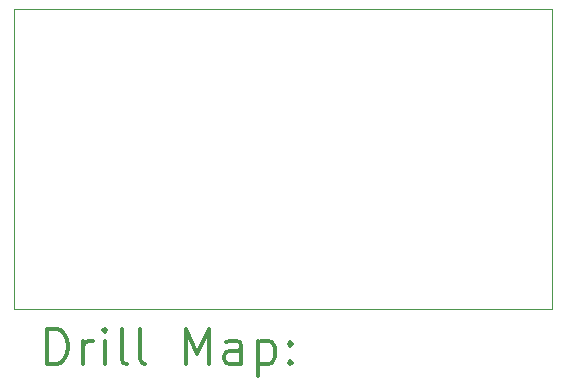
<source format=gbr>
%FSLAX45Y45*%
G04 Gerber Fmt 4.5, Leading zero omitted, Abs format (unit mm)*
G04 Created by KiCad (PCBNEW 5.1.12-84ad8e8a86~92~ubuntu20.04.1) date 2022-05-26 23:51:49*
%MOMM*%
%LPD*%
G01*
G04 APERTURE LIST*
%TA.AperFunction,Profile*%
%ADD10C,0.050000*%
%TD*%
%ADD11C,0.200000*%
%ADD12C,0.300000*%
G04 APERTURE END LIST*
D10*
X10279380Y-10027920D02*
X10279380Y-7493000D01*
X14836140Y-10027920D02*
X10279380Y-10027920D01*
X14836140Y-7493000D02*
X14836140Y-10027920D01*
X10279380Y-7493000D02*
X14836140Y-7493000D01*
D11*
D12*
X10563308Y-10496134D02*
X10563308Y-10196134D01*
X10634737Y-10196134D01*
X10677594Y-10210420D01*
X10706166Y-10238992D01*
X10720451Y-10267563D01*
X10734737Y-10324706D01*
X10734737Y-10367563D01*
X10720451Y-10424706D01*
X10706166Y-10453277D01*
X10677594Y-10481849D01*
X10634737Y-10496134D01*
X10563308Y-10496134D01*
X10863308Y-10496134D02*
X10863308Y-10296134D01*
X10863308Y-10353277D02*
X10877594Y-10324706D01*
X10891880Y-10310420D01*
X10920451Y-10296134D01*
X10949023Y-10296134D01*
X11049023Y-10496134D02*
X11049023Y-10296134D01*
X11049023Y-10196134D02*
X11034737Y-10210420D01*
X11049023Y-10224706D01*
X11063308Y-10210420D01*
X11049023Y-10196134D01*
X11049023Y-10224706D01*
X11234737Y-10496134D02*
X11206166Y-10481849D01*
X11191880Y-10453277D01*
X11191880Y-10196134D01*
X11391880Y-10496134D02*
X11363308Y-10481849D01*
X11349023Y-10453277D01*
X11349023Y-10196134D01*
X11734737Y-10496134D02*
X11734737Y-10196134D01*
X11834737Y-10410420D01*
X11934737Y-10196134D01*
X11934737Y-10496134D01*
X12206166Y-10496134D02*
X12206166Y-10338992D01*
X12191880Y-10310420D01*
X12163308Y-10296134D01*
X12106166Y-10296134D01*
X12077594Y-10310420D01*
X12206166Y-10481849D02*
X12177594Y-10496134D01*
X12106166Y-10496134D01*
X12077594Y-10481849D01*
X12063308Y-10453277D01*
X12063308Y-10424706D01*
X12077594Y-10396134D01*
X12106166Y-10381849D01*
X12177594Y-10381849D01*
X12206166Y-10367563D01*
X12349023Y-10296134D02*
X12349023Y-10596134D01*
X12349023Y-10310420D02*
X12377594Y-10296134D01*
X12434737Y-10296134D01*
X12463308Y-10310420D01*
X12477594Y-10324706D01*
X12491880Y-10353277D01*
X12491880Y-10438992D01*
X12477594Y-10467563D01*
X12463308Y-10481849D01*
X12434737Y-10496134D01*
X12377594Y-10496134D01*
X12349023Y-10481849D01*
X12620451Y-10467563D02*
X12634737Y-10481849D01*
X12620451Y-10496134D01*
X12606166Y-10481849D01*
X12620451Y-10467563D01*
X12620451Y-10496134D01*
X12620451Y-10310420D02*
X12634737Y-10324706D01*
X12620451Y-10338992D01*
X12606166Y-10324706D01*
X12620451Y-10310420D01*
X12620451Y-10338992D01*
M02*

</source>
